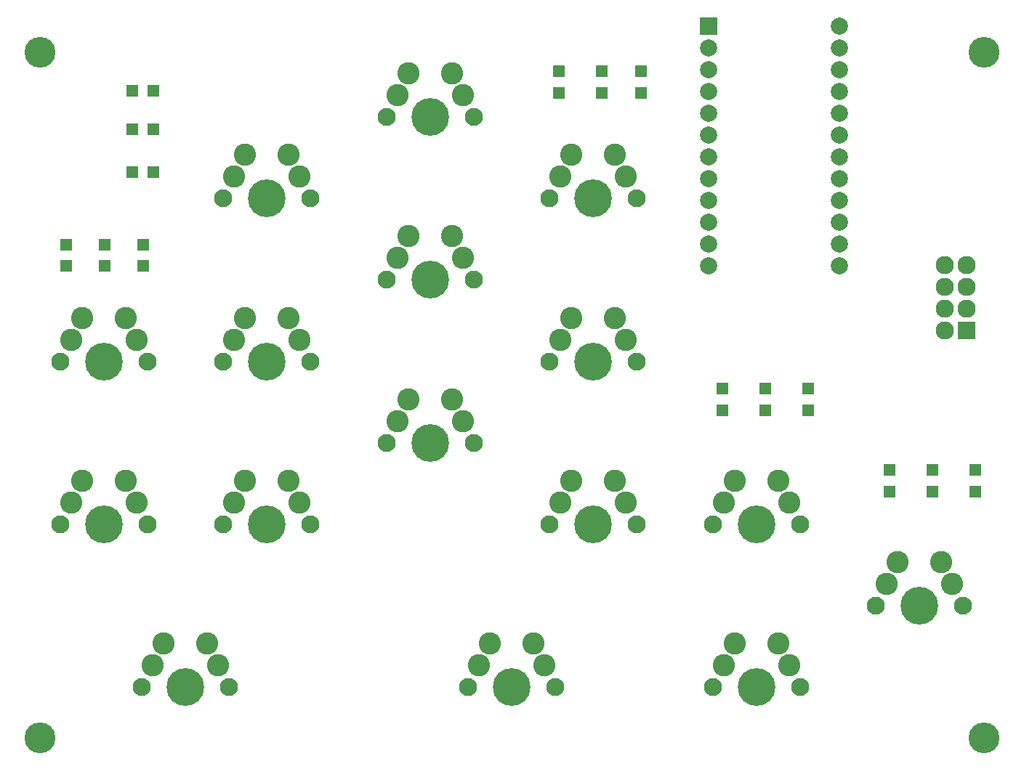
<source format=gbr>
G04 #@! TF.GenerationSoftware,KiCad,Pcbnew,(5.0.0)*
G04 #@! TF.CreationDate,2018-08-07T19:49:38+02:00*
G04 #@! TF.ProjectId,Palantype,50616C616E747970652E6B696361645F,rev?*
G04 #@! TF.SameCoordinates,Original*
G04 #@! TF.FileFunction,Soldermask,Bot*
G04 #@! TF.FilePolarity,Negative*
%FSLAX46Y46*%
G04 Gerber Fmt 4.6, Leading zero omitted, Abs format (unit mm)*
G04 Created by KiCad (PCBNEW (5.0.0)) date 08/07/18 19:49:38*
%MOMM*%
%LPD*%
G01*
G04 APERTURE LIST*
%ADD10C,2.600000*%
%ADD11C,4.400000*%
%ADD12C,2.100000*%
%ADD13R,1.400000X1.400000*%
%ADD14O,2.127200X2.127200*%
%ADD15R,2.127200X2.127200*%
%ADD16R,2.000000X2.000000*%
%ADD17C,2.000000*%
%ADD18C,3.600000*%
G04 APERTURE END LIST*
D10*
G04 #@! TO.C,SW24*
X131920000Y-101000000D03*
X138270000Y-103540000D03*
D11*
X134460000Y-106080000D03*
D12*
X139540000Y-106080000D03*
X129380000Y-106080000D03*
G04 #@! TD*
D13*
G04 #@! TO.C,D2*
X63058271Y-75938257D03*
X63058271Y-73438257D03*
G04 #@! TD*
G04 #@! TO.C,D4*
X58558271Y-73438257D03*
X58558271Y-75938257D03*
G04 #@! TD*
G04 #@! TO.C,D6*
X54058271Y-75938257D03*
X54058271Y-73438257D03*
G04 #@! TD*
G04 #@! TO.C,D7*
X61750000Y-55500000D03*
X64250000Y-55500000D03*
G04 #@! TD*
G04 #@! TO.C,D9*
X64250000Y-60000000D03*
X61750000Y-60000000D03*
G04 #@! TD*
G04 #@! TO.C,D11*
X61750000Y-65000000D03*
X64250000Y-65000000D03*
G04 #@! TD*
G04 #@! TO.C,D13*
X121000000Y-55750000D03*
X121000000Y-53250000D03*
G04 #@! TD*
G04 #@! TO.C,D15*
X116500000Y-53250000D03*
X116500000Y-55750000D03*
G04 #@! TD*
G04 #@! TO.C,D17*
X111500000Y-53250000D03*
X111500000Y-55750000D03*
G04 #@! TD*
G04 #@! TO.C,D22*
X135500000Y-92750000D03*
X135500000Y-90250000D03*
G04 #@! TD*
G04 #@! TO.C,D24*
X140500000Y-90250000D03*
X140500000Y-92750000D03*
G04 #@! TD*
G04 #@! TO.C,D25*
X150000000Y-102250000D03*
X150000000Y-99750000D03*
G04 #@! TD*
G04 #@! TO.C,D27*
X155000000Y-99750000D03*
X155000000Y-102250000D03*
G04 #@! TD*
G04 #@! TO.C,D29*
X160000000Y-102250000D03*
X160000000Y-99750000D03*
G04 #@! TD*
D14*
G04 #@! TO.C,J1*
X156460000Y-75880000D03*
X159000000Y-75880000D03*
X156460000Y-78420000D03*
X159000000Y-78420000D03*
X156460000Y-80960000D03*
X159000000Y-80960000D03*
X156460000Y-83500000D03*
D15*
X159000000Y-83500000D03*
G04 #@! TD*
D12*
G04 #@! TO.C,SW1*
X101540000Y-58580000D03*
X91380000Y-58580000D03*
D11*
X96460000Y-58580000D03*
D10*
X92650000Y-56040000D03*
X99000000Y-53500000D03*
G04 #@! TD*
G04 #@! TO.C,SW2*
X93920000Y-53500000D03*
X100270000Y-56040000D03*
D11*
X96460000Y-58580000D03*
D12*
X101540000Y-58580000D03*
X91380000Y-58580000D03*
G04 #@! TD*
D10*
G04 #@! TO.C,SW3*
X80000000Y-63000000D03*
X73650000Y-65540000D03*
D11*
X77460000Y-68080000D03*
D12*
X72380000Y-68080000D03*
X82540000Y-68080000D03*
G04 #@! TD*
G04 #@! TO.C,SW4*
X120540000Y-68080000D03*
X110380000Y-68080000D03*
D11*
X115460000Y-68080000D03*
D10*
X111650000Y-65540000D03*
X118000000Y-63000000D03*
G04 #@! TD*
D12*
G04 #@! TO.C,SW5*
X72380000Y-68080000D03*
X82540000Y-68080000D03*
D11*
X77460000Y-68080000D03*
D10*
X81270000Y-65540000D03*
X74920000Y-63000000D03*
G04 #@! TD*
G04 #@! TO.C,SW6*
X112920000Y-63000000D03*
X119270000Y-65540000D03*
D11*
X115460000Y-68080000D03*
D12*
X120540000Y-68080000D03*
X110380000Y-68080000D03*
G04 #@! TD*
D10*
G04 #@! TO.C,SW7*
X99000000Y-72500000D03*
X92650000Y-75040000D03*
D11*
X96460000Y-77580000D03*
D12*
X91380000Y-77580000D03*
X101540000Y-77580000D03*
G04 #@! TD*
G04 #@! TO.C,SW8*
X91380000Y-77580000D03*
X101540000Y-77580000D03*
D11*
X96460000Y-77580000D03*
D10*
X100270000Y-75040000D03*
X93920000Y-72500000D03*
G04 #@! TD*
D12*
G04 #@! TO.C,SW9*
X63540000Y-87080000D03*
X53380000Y-87080000D03*
D11*
X58460000Y-87080000D03*
D10*
X54650000Y-84540000D03*
X61000000Y-82000000D03*
G04 #@! TD*
D12*
G04 #@! TO.C,SW10*
X82540000Y-87080000D03*
X72380000Y-87080000D03*
D11*
X77460000Y-87080000D03*
D10*
X73650000Y-84540000D03*
X80000000Y-82000000D03*
G04 #@! TD*
D12*
G04 #@! TO.C,SW11*
X120540000Y-87080000D03*
X110380000Y-87080000D03*
D11*
X115460000Y-87080000D03*
D10*
X111650000Y-84540000D03*
X118000000Y-82000000D03*
G04 #@! TD*
D12*
G04 #@! TO.C,SW12*
X53380000Y-87080000D03*
X63540000Y-87080000D03*
D11*
X58460000Y-87080000D03*
D10*
X62270000Y-84540000D03*
X55920000Y-82000000D03*
G04 #@! TD*
G04 #@! TO.C,SW13*
X74920000Y-82000000D03*
X81270000Y-84540000D03*
D11*
X77460000Y-87080000D03*
D12*
X82540000Y-87080000D03*
X72380000Y-87080000D03*
G04 #@! TD*
G04 #@! TO.C,SW14*
X110380000Y-87080000D03*
X120540000Y-87080000D03*
D11*
X115460000Y-87080000D03*
D10*
X119270000Y-84540000D03*
X112920000Y-82000000D03*
G04 #@! TD*
G04 #@! TO.C,SW15*
X99000000Y-91500000D03*
X92650000Y-94040000D03*
D11*
X96460000Y-96580000D03*
D12*
X91380000Y-96580000D03*
X101540000Y-96580000D03*
G04 #@! TD*
D10*
G04 #@! TO.C,SW16*
X93920000Y-91500000D03*
X100270000Y-94040000D03*
D11*
X96460000Y-96580000D03*
D12*
X101540000Y-96580000D03*
X91380000Y-96580000D03*
G04 #@! TD*
D10*
G04 #@! TO.C,SW17*
X61000000Y-101000000D03*
X54650000Y-103540000D03*
D11*
X58460000Y-106080000D03*
D12*
X53380000Y-106080000D03*
X63540000Y-106080000D03*
G04 #@! TD*
D10*
G04 #@! TO.C,SW18*
X80000000Y-101000000D03*
X73650000Y-103540000D03*
D11*
X77460000Y-106080000D03*
D12*
X72380000Y-106080000D03*
X82540000Y-106080000D03*
G04 #@! TD*
D10*
G04 #@! TO.C,SW19*
X55920000Y-101000000D03*
X62270000Y-103540000D03*
D11*
X58460000Y-106080000D03*
D12*
X63540000Y-106080000D03*
X53380000Y-106080000D03*
G04 #@! TD*
G04 #@! TO.C,SW20*
X72380000Y-106080000D03*
X82540000Y-106080000D03*
D11*
X77460000Y-106080000D03*
D10*
X81270000Y-103540000D03*
X74920000Y-101000000D03*
G04 #@! TD*
D12*
G04 #@! TO.C,SW21*
X120540000Y-106080000D03*
X110380000Y-106080000D03*
D11*
X115460000Y-106080000D03*
D10*
X111650000Y-103540000D03*
X118000000Y-101000000D03*
G04 #@! TD*
G04 #@! TO.C,SW22*
X137000000Y-101000000D03*
X130650000Y-103540000D03*
D11*
X134460000Y-106080000D03*
D12*
X129380000Y-106080000D03*
X139540000Y-106080000D03*
G04 #@! TD*
G04 #@! TO.C,SW23*
X110380000Y-106080000D03*
X120540000Y-106080000D03*
D11*
X115460000Y-106080000D03*
D10*
X119270000Y-103540000D03*
X112920000Y-101000000D03*
G04 #@! TD*
G04 #@! TO.C,SW25*
X156000000Y-110500000D03*
X149650000Y-113040000D03*
D11*
X153460000Y-115580000D03*
D12*
X148380000Y-115580000D03*
X158540000Y-115580000D03*
G04 #@! TD*
G04 #@! TO.C,SW26*
X148380000Y-115580000D03*
X158540000Y-115580000D03*
D11*
X153460000Y-115580000D03*
D10*
X157270000Y-113040000D03*
X150920000Y-110500000D03*
G04 #@! TD*
G04 #@! TO.C,SW27*
X70500000Y-120000000D03*
X64150000Y-122540000D03*
D11*
X67960000Y-125080000D03*
D12*
X62880000Y-125080000D03*
X73040000Y-125080000D03*
G04 #@! TD*
G04 #@! TO.C,SW28*
X111040000Y-125080000D03*
X100880000Y-125080000D03*
D11*
X105960000Y-125080000D03*
D10*
X102150000Y-122540000D03*
X108500000Y-120000000D03*
G04 #@! TD*
D12*
G04 #@! TO.C,SW29*
X139540000Y-125080000D03*
X129380000Y-125080000D03*
D11*
X134460000Y-125080000D03*
D10*
X130650000Y-122540000D03*
X137000000Y-120000000D03*
G04 #@! TD*
G04 #@! TO.C,SW30*
X65420000Y-120000000D03*
X71770000Y-122540000D03*
D11*
X67960000Y-125080000D03*
D12*
X73040000Y-125080000D03*
X62880000Y-125080000D03*
G04 #@! TD*
G04 #@! TO.C,SW31*
X100880000Y-125080000D03*
X111040000Y-125080000D03*
D11*
X105960000Y-125080000D03*
D10*
X109770000Y-122540000D03*
X103420000Y-120000000D03*
G04 #@! TD*
G04 #@! TO.C,SW32*
X131920000Y-120000000D03*
X138270000Y-122540000D03*
D11*
X134460000Y-125080000D03*
D12*
X139540000Y-125080000D03*
X129380000Y-125080000D03*
G04 #@! TD*
D16*
G04 #@! TO.C,U1*
X128880000Y-48030000D03*
D17*
X128880000Y-50570000D03*
X128880000Y-53110000D03*
X128880000Y-55650000D03*
X128880000Y-58190000D03*
X128880000Y-60730000D03*
X128880000Y-63270000D03*
X128880000Y-65810000D03*
X128880000Y-68350000D03*
X128880000Y-70890000D03*
X128880000Y-73430000D03*
X128880000Y-75970000D03*
X144120000Y-75970000D03*
X144120000Y-73430000D03*
X144120000Y-70890000D03*
X144120000Y-68350000D03*
X144120000Y-65810000D03*
X144120000Y-63270000D03*
X144120000Y-60730000D03*
X144120000Y-58190000D03*
X144120000Y-55650000D03*
X144120000Y-53110000D03*
X144120000Y-50570000D03*
X144120000Y-48030000D03*
G04 #@! TD*
D13*
G04 #@! TO.C,D20*
X130500000Y-90250000D03*
X130500000Y-92750000D03*
G04 #@! TD*
D18*
G04 #@! TO.C,MH1*
X51000000Y-51000000D03*
G04 #@! TD*
G04 #@! TO.C,MH2*
X51000000Y-131000000D03*
G04 #@! TD*
G04 #@! TO.C,MH3*
X161000000Y-51000000D03*
G04 #@! TD*
G04 #@! TO.C,MH4*
X161000000Y-131000000D03*
G04 #@! TD*
M02*

</source>
